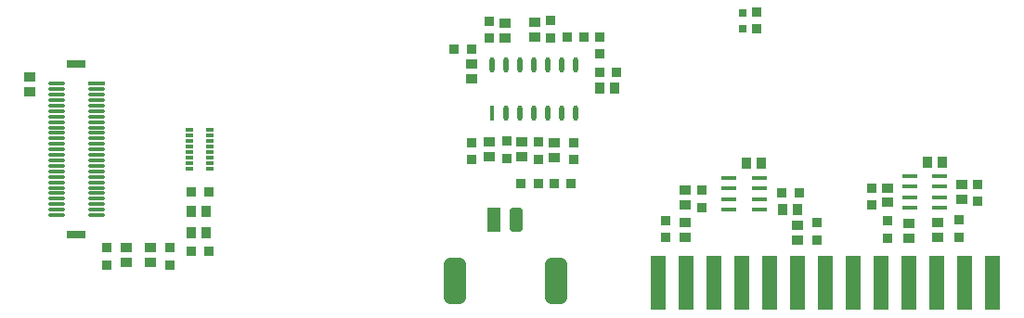
<source format=gtp>
G04*
G04 #@! TF.GenerationSoftware,Altium Limited,Altium Designer,19.0.10 (269)*
G04*
G04 Layer_Color=8421504*
%FSLAX25Y25*%
%MOIN*%
G70*
G01*
G75*
%ADD18R,0.03937X0.03543*%
%ADD19R,0.05709X0.01772*%
%ADD20R,0.03000X0.01400*%
%ADD21R,0.03347X0.03347*%
%ADD22R,0.03543X0.03937*%
%ADD23R,0.03347X0.03347*%
%ADD24R,0.05512X0.19685*%
%ADD25O,0.01772X0.05709*%
%ADD26R,0.01772X0.05709*%
G04:AMPARAMS|DCode=27|XSize=47.24mil|YSize=86.61mil|CornerRadius=11.81mil|HoleSize=0mil|Usage=FLASHONLY|Rotation=0.000|XOffset=0mil|YOffset=0mil|HoleType=Round|Shape=RoundedRectangle|*
%AMROUNDEDRECTD27*
21,1,0.04724,0.06299,0,0,0.0*
21,1,0.02362,0.08661,0,0,0.0*
1,1,0.02362,0.01181,-0.03150*
1,1,0.02362,-0.01181,-0.03150*
1,1,0.02362,-0.01181,0.03150*
1,1,0.02362,0.01181,0.03150*
%
%ADD27ROUNDEDRECTD27*%
%ADD28R,0.04724X0.08661*%
G04:AMPARAMS|DCode=29|XSize=78.74mil|YSize=165.35mil|CornerRadius=19.68mil|HoleSize=0mil|Usage=FLASHONLY|Rotation=0.000|XOffset=0mil|YOffset=0mil|HoleType=Round|Shape=RoundedRectangle|*
%AMROUNDEDRECTD29*
21,1,0.07874,0.12598,0,0,0.0*
21,1,0.03937,0.16535,0,0,0.0*
1,1,0.03937,0.01968,-0.06299*
1,1,0.03937,-0.01968,-0.06299*
1,1,0.03937,-0.01968,0.06299*
1,1,0.03937,0.01968,0.06299*
%
%ADD29ROUNDEDRECTD29*%
%ADD30R,0.03150X0.03150*%
%ADD31R,0.07087X0.03150*%
%ADD32R,0.06299X0.01181*%
%ADD33O,0.06299X0.01181*%
D18*
X320394Y27224D02*
D03*
Y32539D02*
D03*
X48228Y23622D02*
D03*
Y18307D02*
D03*
X39504Y23622D02*
D03*
Y18307D02*
D03*
X4921Y79724D02*
D03*
Y85039D02*
D03*
X330709Y27559D02*
D03*
Y32874D02*
D03*
X339409Y46394D02*
D03*
Y41079D02*
D03*
X312992Y45276D02*
D03*
Y39961D02*
D03*
X280512Y26575D02*
D03*
Y31890D02*
D03*
X240158Y27559D02*
D03*
Y32874D02*
D03*
X240158Y44291D02*
D03*
Y38976D02*
D03*
X193280Y61551D02*
D03*
Y56236D02*
D03*
X181468Y61630D02*
D03*
Y56315D02*
D03*
X163386Y89764D02*
D03*
Y84449D02*
D03*
X169783Y61657D02*
D03*
Y56342D02*
D03*
X186073Y99360D02*
D03*
Y104675D02*
D03*
X175689Y99133D02*
D03*
Y104448D02*
D03*
D19*
X256004Y48720D02*
D03*
Y44980D02*
D03*
Y41240D02*
D03*
Y37500D02*
D03*
X266831Y48720D02*
D03*
Y44980D02*
D03*
Y41240D02*
D03*
Y37500D02*
D03*
X320866Y49375D02*
D03*
Y45635D02*
D03*
Y41895D02*
D03*
Y38154D02*
D03*
X331693Y49375D02*
D03*
Y45635D02*
D03*
Y41895D02*
D03*
Y38154D02*
D03*
D20*
X69595Y52055D02*
D03*
Y54055D02*
D03*
Y56055D02*
D03*
Y58055D02*
D03*
Y60055D02*
D03*
Y62055D02*
D03*
Y64055D02*
D03*
Y66055D02*
D03*
X62295D02*
D03*
Y64055D02*
D03*
Y62055D02*
D03*
Y60055D02*
D03*
Y58055D02*
D03*
Y56055D02*
D03*
Y54055D02*
D03*
Y52055D02*
D03*
D21*
X69095Y43765D02*
D03*
X62992D02*
D03*
X69095Y22303D02*
D03*
X62992D02*
D03*
X281083Y43406D02*
D03*
X274980D02*
D03*
X199185Y46787D02*
D03*
X193083D02*
D03*
X181272D02*
D03*
X187374D02*
D03*
X157283Y94981D02*
D03*
X163386D02*
D03*
X215589Y86891D02*
D03*
X209487D02*
D03*
X197785Y99360D02*
D03*
X203888D02*
D03*
D22*
X62992Y36875D02*
D03*
X68307D02*
D03*
X62992Y29193D02*
D03*
X68307D02*
D03*
X332382Y54391D02*
D03*
X327067D02*
D03*
X267421Y54181D02*
D03*
X262106D02*
D03*
X275079Y37500D02*
D03*
X280394D02*
D03*
X209487Y80986D02*
D03*
X214802D02*
D03*
D23*
X55118Y17520D02*
D03*
Y23622D02*
D03*
X32614Y17520D02*
D03*
Y23622D02*
D03*
X338583Y27559D02*
D03*
Y33661D02*
D03*
X312992Y27224D02*
D03*
Y33327D02*
D03*
X345315Y40291D02*
D03*
Y46394D02*
D03*
X307087Y39173D02*
D03*
Y45276D02*
D03*
X287402Y26575D02*
D03*
Y32677D02*
D03*
X246063Y38189D02*
D03*
Y44291D02*
D03*
X200102Y55449D02*
D03*
Y61551D02*
D03*
X187374Y55528D02*
D03*
Y61630D02*
D03*
X176181Y62008D02*
D03*
Y55905D02*
D03*
X163386Y55449D02*
D03*
Y61551D02*
D03*
X209610Y93405D02*
D03*
Y99508D02*
D03*
X191978Y105364D02*
D03*
Y99262D02*
D03*
X265738Y102442D02*
D03*
Y108544D02*
D03*
X169783Y105235D02*
D03*
Y99133D02*
D03*
X233268Y33563D02*
D03*
Y27461D02*
D03*
D24*
X350394Y11024D02*
D03*
X340394D02*
D03*
X330394D02*
D03*
X320394D02*
D03*
X310394D02*
D03*
X300394D02*
D03*
X290394D02*
D03*
X280394D02*
D03*
X270394D02*
D03*
X260394D02*
D03*
X250394D02*
D03*
X240394D02*
D03*
X230394D02*
D03*
D25*
X200720Y89370D02*
D03*
X195720D02*
D03*
X190720D02*
D03*
X185720D02*
D03*
X180720D02*
D03*
X175720D02*
D03*
X170720D02*
D03*
X200720Y72048D02*
D03*
X195720D02*
D03*
X190720D02*
D03*
X185720D02*
D03*
X180720D02*
D03*
X175720D02*
D03*
D26*
X170720D02*
D03*
D27*
X179528Y33779D02*
D03*
D28*
X171653D02*
D03*
D29*
X157480Y11811D02*
D03*
X193701D02*
D03*
D30*
X260778Y108268D02*
D03*
Y102362D02*
D03*
D31*
X21654Y28346D02*
D03*
Y89764D02*
D03*
D32*
X28740Y82677D02*
D03*
D33*
Y80709D02*
D03*
Y78740D02*
D03*
Y76772D02*
D03*
Y74803D02*
D03*
Y72835D02*
D03*
Y70866D02*
D03*
Y68898D02*
D03*
Y66929D02*
D03*
Y64961D02*
D03*
Y62992D02*
D03*
Y61024D02*
D03*
Y59055D02*
D03*
Y57087D02*
D03*
Y55118D02*
D03*
Y53150D02*
D03*
Y51181D02*
D03*
Y49213D02*
D03*
Y47244D02*
D03*
Y45276D02*
D03*
Y43307D02*
D03*
Y41339D02*
D03*
Y39370D02*
D03*
Y37402D02*
D03*
Y35433D02*
D03*
X14567D02*
D03*
Y37402D02*
D03*
Y39370D02*
D03*
Y41339D02*
D03*
Y43307D02*
D03*
Y45276D02*
D03*
Y47244D02*
D03*
Y49213D02*
D03*
Y51181D02*
D03*
Y53150D02*
D03*
Y55118D02*
D03*
Y57087D02*
D03*
Y59055D02*
D03*
Y61024D02*
D03*
Y62992D02*
D03*
Y64961D02*
D03*
Y66929D02*
D03*
Y68898D02*
D03*
Y70866D02*
D03*
Y72835D02*
D03*
Y74803D02*
D03*
Y76772D02*
D03*
Y78740D02*
D03*
Y80709D02*
D03*
Y82677D02*
D03*
M02*

</source>
